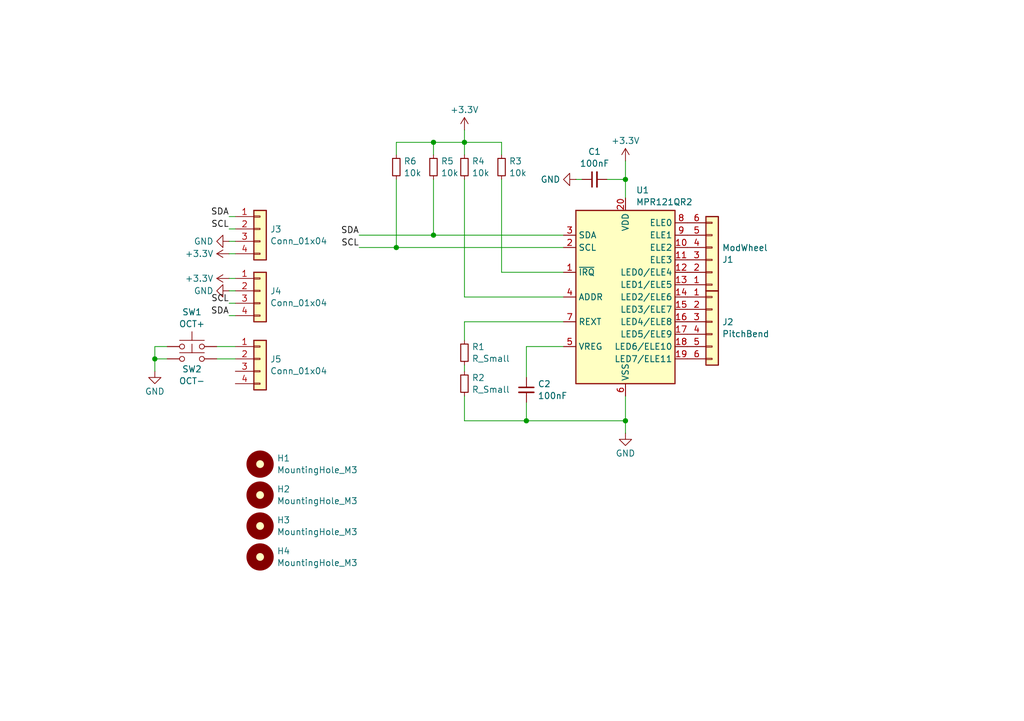
<source format=kicad_sch>
(kicad_sch (version 20250114) (generator "eeschema") (generator_version "9.0")
  (paper "A5")
  (lib_symbols
    (symbol "Connector_Generic:Conn_01x04" (pin_names (offset 1.016) (hide yes))
      (property "Reference" "J" (at 0 5.08 0))
      (property "Value" "Conn_01x04" (at 0 -7.62 0))
      (symbol "Conn_01x04_1_1"
        (rectangle (start -1.27 3.81) (end 1.27 -6.35) (stroke (width 0.254)) (fill (type background)))
        (rectangle (start -1.27 2.667) (end 0 2.413) (stroke (width 0.1524)))
        (rectangle (start -1.27 0.127) (end 0 -0.127) (stroke (width 0.1524)))
        (rectangle (start -1.27 -2.413) (end 0 -2.667) (stroke (width 0.1524)))
        (rectangle (start -1.27 -4.953) (end 0 -5.207) (stroke (width 0.1524)))
        (pin passive line (at -5.08 2.54 0) (length 3.81) (name "Pin_1") (number "1"))
        (pin passive line (at -5.08 0 0) (length 3.81) (name "Pin_2") (number "2"))
        (pin passive line (at -5.08 -2.54 0) (length 3.81) (name "Pin_3") (number "3"))
        (pin passive line (at -5.08 -5.08 0) (length 3.81) (name "Pin_4") (number "4"))
      )
    )
    (symbol "Connector_Generic:Conn_01x06" (pin_names (offset 1.016) (hide yes))
      (property "Reference" "J" (at 0 7.62 0))
      (property "Value" "Conn_01x06" (at 0 -10.16 0))
      (symbol "Conn_01x06_1_1"
        (rectangle (start -1.27 6.35) (end 1.27 -8.89) (stroke (width 0.254)) (fill (type background)))
        (rectangle (start -1.27 5.207) (end 0 4.953) (stroke (width 0.1524)))
        (rectangle (start -1.27 2.667) (end 0 2.413) (stroke (width 0.1524)))
        (rectangle (start -1.27 0.127) (end 0 -0.127) (stroke (width 0.1524)))
        (rectangle (start -1.27 -2.413) (end 0 -2.667) (stroke (width 0.1524)))
        (rectangle (start -1.27 -4.953) (end 0 -5.207) (stroke (width 0.1524)))
        (rectangle (start -1.27 -7.493) (end 0 -7.747) (stroke (width 0.1524)))
        (pin passive line (at -5.08 5.08 0) (length 3.81) (name "Pin_1") (number "1"))
        (pin passive line (at -5.08 2.54 0) (length 3.81) (name "Pin_2") (number "2"))
        (pin passive line (at -5.08 0 0) (length 3.81) (name "Pin_3") (number "3"))
        (pin passive line (at -5.08 -2.54 0) (length 3.81) (name "Pin_4") (number "4"))
        (pin passive line (at -5.08 -5.08 0) (length 3.81) (name "Pin_5") (number "5"))
        (pin passive line (at -5.08 -7.62 0) (length 3.81) (name "Pin_6") (number "6"))
      )
    )
    (symbol "Device:C_Small" (pin_numbers (hide yes)) (pin_names (offset 0.254) (hide yes))
      (property "Reference" "C" (at 0.254 1.778 0))
      (property "Value" "C_Small" (at 0.254 -2.032 0))
      (symbol "C_Small_0_1"
        (polyline (pts (xy -1.524 0.508) (xy 1.524 0.508)) (stroke (width 0.3048)))
        (polyline (pts (xy -1.524 -0.508) (xy 1.524 -0.508)) (stroke (width 0.3302)))
      )
      (symbol "C_Small_1_1"
        (pin passive line (at 0 2.54 270) (length 2.032) (name "~") (number "1"))
        (pin passive line (at 0 -2.54 90) (length 2.032) (name "~") (number "2"))
      )
    )
    (symbol "Device:R_Small" (pin_numbers (hide yes)) (pin_names (offset 0.254) (hide yes))
      (property "Reference" "R" (at 0.762 0.508 0))
      (property "Value" "R_Small" (at 0.762 -1.016 0))
      (symbol "R_Small_0_1"
        (rectangle (start -0.762 1.778) (end 0.762 -1.778) (stroke (width 0.2032)))
      )
      (symbol "R_Small_1_1"
        (pin passive line (at 0 2.54 270) (length 0.762) (name "~") (number "1"))
        (pin passive line (at 0 -2.54 90) (length 0.762) (name "~") (number "2"))
      )
    )
    (symbol "PCM_SL_Mechanical:MountingHole_M3"
      (property "Reference" "H" (at 0 7.62 0))
      (property "Value" "MountingHole_M3" (at 0 5.08 0))
      (symbol "MountingHole_M3_0_1"
        (circle (center 0 0) (radius 1.27) (fill (type background)))
        (circle (center 0 0) (radius 1.7961) (stroke (width 2)))
      )
    )
    (symbol "Sensor_Touch:MPR121QR2"
      (property "Reference" "U" (at -10.16 19.05 0))
      (property "Value" "MPR121QR2" (at 6.35 19.05 0))
      (symbol "MPR121QR2_0_1"
        (rectangle (start -10.16 17.78) (end 10.16 -17.78) (stroke (width 0.254)) (fill (type background)))
      )
      (symbol "MPR121QR2_1_1"
        (pin bidirectional line (at -12.7 12.7 0) (length 2.54) (name "SDA") (number "3"))
        (pin input line (at -12.7 10.16 0) (length 2.54) (name "SCL") (number "2"))
        (pin open_collector line (at -12.7 5.08 0) (length 2.54) (name "~{IRQ}") (number "1"))
        (pin input line (at -12.7 0 0) (length 2.54) (name "ADDR") (number "4"))
        (pin passive line (at -12.7 -5.08 0) (length 2.54) (name "REXT") (number "7"))
        (pin passive line (at -12.7 -10.16 0) (length 2.54) (name "VREG") (number "5"))
        (pin power_in line (at 0 20.32 270) (length 2.54) (name "VDD") (number "20"))
        (pin power_in line (at 0 -20.32 90) (length 2.54) (name "VSS") (number "6"))
        (pin passive line (at 12.7 15.24 180) (length 2.54) (name "ELE0") (number "8"))
        (pin passive line (at 12.7 12.7 180) (length 2.54) (name "ELE1") (number "9"))
        (pin passive line (at 12.7 10.16 180) (length 2.54) (name "ELE2") (number "10"))
        (pin passive line (at 12.7 7.62 180) (length 2.54) (name "ELE3") (number "11"))
        (pin passive line (at 12.7 5.08 180) (length 2.54) (name "LED0/ELE4") (number "12"))
        (pin passive line (at 12.7 2.54 180) (length 2.54) (name "LED1/ELE5") (number "13"))
        (pin passive line (at 12.7 0 180) (length 2.54) (name "LED2/ELE6") (number "14"))
        (pin passive line (at 12.7 -2.54 180) (length 2.54) (name "LED3/ELE7") (number "15"))
        (pin passive line (at 12.7 -5.08 180) (length 2.54) (name "LED4/ELE8") (number "16"))
        (pin passive line (at 12.7 -7.62 180) (length 2.54) (name "LED5/ELE9") (number "17"))
        (pin passive line (at 12.7 -10.16 180) (length 2.54) (name "LED6/ELE10") (number "18"))
        (pin passive line (at 12.7 -12.7 180) (length 2.54) (name "LED7/ELE11") (number "19"))
      )
    )
    (symbol "Switch:SW_Push" (pin_numbers (hide yes)) (pin_names (offset 1.016) (hide yes))
      (property "Reference" "SW" (at 1.27 2.54 0))
      (property "Value" "SW_Push" (at 0 -1.524 0))
      (symbol "SW_Push_0_1"
        (circle (center -2.032 0) (radius 0.508))
        (polyline (pts (xy 0 1.27) (xy 0 3.048)))
        (circle (center 2.032 0) (radius 0.508))
        (polyline (pts (xy 2.54 1.27) (xy -2.54 1.27)))
        (pin passive line (at -5.08 0 0) (length 2.54) (name "1") (number "1"))
        (pin passive line (at 5.08 0 180) (length 2.54) (name "2") (number "2"))
      )
    )
    (symbol "power:+3.3V" (power) (pin_numbers (hide yes)) (pin_names (offset 0) (hide yes))
      (property "Value" "+3.3V" (at 0 3.556 0))
      (symbol "+3.3V_0_1"
        (polyline (pts (xy -0.762 1.27) (xy 0 2.54)))
        (polyline (pts (xy 0 2.54) (xy 0.762 1.27)))
        (polyline (pts (xy 0 0) (xy 0 2.54)))
      )
      (symbol "+3.3V_1_1"
        (pin power_in line (at 0 0 90) (length 0) (name "~") (number "1"))
      )
    )
    (symbol "power:GND" (power) (pin_numbers (hide yes)) (pin_names (offset 0) (hide yes))
      (property "Value" "GND" (at 0 -3.81 0))
      (symbol "GND_0_1"
        (polyline (pts (xy 0 0) (xy 0 -1.27) (xy 1.27 -1.27) (xy 0 -2.54) (xy -1.27 -1.27) (xy 0 -1.27)))
      )
      (symbol "GND_1_1"
        (pin power_in line (at 0 0 270) (length 0) (name "~") (number "1"))
      )
    )
  )
  (junction (at 128.27 36.83))
  (junction (at 107.95 86.36))
  (junction (at 81.28 50.8))
  (junction (at 95.25 29.21))
  (junction (at 128.27 86.36))
  (junction (at 31.75 73.66))
  (junction (at 88.9 29.21))
  (junction (at 88.9 48.26))
  (wire (pts (xy 34.29 71.12) (xy 31.75 71.12)))
  (wire (pts (xy 95.25 26.67) (xy 95.25 29.21)))
  (wire (pts (xy 102.87 36.83) (xy 102.87 55.88)))
  (wire (pts (xy 44.45 71.12) (xy 48.26 71.12)))
  (wire (pts (xy 95.25 60.96) (xy 115.57 60.96)))
  (wire (pts (xy 46.99 44.45) (xy 48.26 44.45)))
  (wire (pts (xy 88.9 29.21) (xy 88.9 31.75)))
  (wire (pts (xy 44.45 73.66) (xy 48.26 73.66)))
  (wire (pts (xy 81.28 36.83) (xy 81.28 50.8)))
  (wire (pts (xy 128.27 81.28) (xy 128.27 86.36)))
  (wire (pts (xy 95.25 81.28) (xy 95.25 86.36)))
  (wire (pts (xy 46.99 52.07) (xy 48.26 52.07)))
  (wire (pts (xy 118.11 36.83) (xy 119.38 36.83)))
  (wire (pts (xy 128.27 33.02) (xy 128.27 36.83)))
  (wire (pts (xy 107.95 77.47) (xy 107.95 71.12)))
  (wire (pts (xy 46.99 59.69) (xy 48.26 59.69)))
  (wire (pts (xy 128.27 86.36) (xy 128.27 88.9)))
  (wire (pts (xy 102.87 55.88) (xy 115.57 55.88)))
  (wire (pts (xy 115.57 66.04) (xy 95.25 66.04)))
  (wire (pts (xy 95.25 36.83) (xy 95.25 60.96)))
  (wire (pts (xy 128.27 36.83) (xy 128.27 40.64)))
  (wire (pts (xy 81.28 31.75) (xy 81.28 29.21)))
  (wire (pts (xy 73.66 48.26) (xy 88.9 48.26)))
  (wire (pts (xy 124.46 36.83) (xy 128.27 36.83)))
  (wire (pts (xy 95.25 86.36) (xy 107.95 86.36)))
  (wire (pts (xy 31.75 71.12) (xy 31.75 73.66)))
  (wire (pts (xy 31.75 76.2) (xy 31.75 73.66)))
  (wire (pts (xy 107.95 71.12) (xy 115.57 71.12)))
  (wire (pts (xy 107.95 82.55) (xy 107.95 86.36)))
  (wire (pts (xy 31.75 73.66) (xy 34.29 73.66)))
  (wire (pts (xy 95.25 74.93) (xy 95.25 76.2)))
  (wire (pts (xy 95.25 66.04) (xy 95.25 69.85)))
  (wire (pts (xy 81.28 50.8) (xy 115.57 50.8)))
  (wire (pts (xy 46.99 49.53) (xy 48.26 49.53)))
  (wire (pts (xy 95.25 29.21) (xy 95.25 31.75)))
  (wire (pts (xy 81.28 29.21) (xy 88.9 29.21)))
  (wire (pts (xy 88.9 36.83) (xy 88.9 48.26)))
  (wire (pts (xy 88.9 29.21) (xy 95.25 29.21)))
  (wire (pts (xy 73.66 50.8) (xy 81.28 50.8)))
  (wire (pts (xy 46.99 46.99) (xy 48.26 46.99)))
  (wire (pts (xy 107.95 86.36) (xy 128.27 86.36)))
  (wire (pts (xy 88.9 48.26) (xy 115.57 48.26)))
  (wire (pts (xy 102.87 29.21) (xy 95.25 29.21)))
  (wire (pts (xy 46.99 57.15) (xy 48.26 57.15)))
  (wire (pts (xy 46.99 64.77) (xy 48.26 64.77)))
  (wire (pts (xy 102.87 31.75) (xy 102.87 29.21)))
  (wire (pts (xy 46.99 62.23) (xy 48.26 62.23)))
  (label "SCL" (at 46.99 46.99 180))
  (label "SDA" (at 46.99 44.45 180))
  (label "SCL" (at 46.99 62.23 180))
  (label "SDA" (at 46.99 64.77 180))
  (label "SCL" (at 73.66 50.8 180))
  (label "SDA" (at 73.66 48.26 180))
  (symbol (lib_id "Connector_Generic:Conn_01x04") (at 53.34 73.66 0) (unit 1)
    (property "Reference" "J5" (at 55.372 73.7178 0) (effects (justify left)))
    (property "Value" "Conn_01x04" (at 55.372 76.1421 0) (effects (justify left)))
    (property "Footprint" "footprint:SM04BSRSSTB" (effects (hide yes)))
    (property "Description" "Generic connector, single row, 01x04, script generated (kicad-library-utils/schlib/autogen/connector/)" (effects (hide yes)))
  )
  (symbol (lib_id "Connector_Generic:Conn_01x06") (at 146.05 53.34 0) (mirror x) (unit 1)
    (property "Reference" "J1" (at 148.082 53.2822 0) (effects (justify left)))
    (property "Value" "ModWheel" (at 148.082 50.8579 0) (effects (justify left)))
    (property "Footprint" "1MyLibrary:TouchSlider-6_50x10mm" (effects (hide yes)))
    (property "Description" "Generic connector, single row, 01x06, script generated (kicad-library-utils/schlib/autogen/connector/)" (effects (hide yes)))
  )
  (symbol (lib_id "Device:R_Small") (at 95.25 34.29 0) (unit 1)
    (property "Reference" "R4" (at 96.7486 33.0778 0) (effects (justify left)))
    (property "Value" "10k" (at 96.7486 35.5021 0) (effects (justify left)))
    (property "Footprint" "PCM_Resistor_SMD_AKL:R_0603_1608Metric" (effects (hide yes)))
    (property "Description" "Resistor, small symbol" (effects (hide yes)))
  )
  (symbol (lib_id "power:+3.3V") (at 46.99 52.07 90) (mirror x) (unit 1)
    (property "Reference" "#PWR06" (effects (hide yes)))
    (property "Value" "+3.3V" (at 43.815 52.07 90) (effects (justify left)))
    (property "Description" "Power symbol creates a global label with name \"+3.3V\"" (effects (hide yes)))
  )
  (symbol (lib_id "Device:C_Small") (at 121.92 36.83 90) (unit 1)
    (property "Reference" "C1" (at 121.9263 31.1234 90))
    (property "Value" "100nF" (at 121.9263 33.5477 90))
    (property "Footprint" "PCM_Capacitor_SMD_AKL:C_0603_1608Metric" (effects (hide yes)))
    (property "Description" "Unpolarized capacitor, small symbol" (effects (hide yes)))
  )
  (symbol (lib_id "power:GND") (at 31.75 76.2 0) (unit 1)
    (property "Reference" "#PWR09" (effects (hide yes)))
    (property "Value" "GND" (at 31.75 80.3331 0))
    (property "Description" "Power symbol creates a global label with name \"GND\" , ground" (effects (hide yes)))
  )
  (symbol (lib_id "PCM_SL_Mechanical:MountingHole_M3") (at 53.34 107.95 0) (unit 1)
    (property "Reference" "H3" (at 56.7711 106.7378 0) (effects (justify left)))
    (property "Value" "MountingHole_M3" (at 56.7711 109.1621 0) (effects (justify left)))
    (property "Footprint" "MountingHole:MountingHole_3.2mm_M3" (effects (hide yes)))
    (property "Description" "3.2mm Diameter Mounting Hole (M3)" (effects (hide yes)))
  )
  (symbol (lib_id "Device:R_Small") (at 95.25 78.74 0) (unit 1)
    (property "Reference" "R2" (at 96.7486 77.5278 0) (effects (justify left)))
    (property "Value" "R_Small" (at 96.7486 79.9521 0) (effects (justify left)))
    (property "Footprint" "PCM_Resistor_SMD_AKL:R_0603_1608Metric" (effects (hide yes)))
    (property "Description" "Resistor, small symbol" (effects (hide yes)))
  )
  (symbol (lib_id "PCM_SL_Mechanical:MountingHole_M3") (at 53.34 101.6 0) (unit 1)
    (property "Reference" "H2" (at 56.7711 100.3878 0) (effects (justify left)))
    (property "Value" "MountingHole_M3" (at 56.7711 102.8121 0) (effects (justify left)))
    (property "Footprint" "MountingHole:MountingHole_3.2mm_M3" (effects (hide yes)))
    (property "Description" "3.2mm Diameter Mounting Hole (M3)" (effects (hide yes)))
  )
  (symbol (lib_id "Sensor_Touch:MPR121QR2") (at 128.27 60.96 0) (unit 1)
    (property "Reference" "U1" (at 130.4133 39.0355 0) (effects (justify left)))
    (property "Value" "MPR121QR2" (at 130.4133 41.4598 0) (effects (justify left)))
    (property "Footprint" "Package_DFN_QFN:UQFN-20_3x3mm_P0.4mm" (effects (hide yes)))
    (property "Datasheet" "https://resurgentsemi.com/wp-content/uploads/2018/09/MPR121_rev5-Resurgent.pdf?d453f8&d453f8" (effects (hide yes)))
    (property "Description" "12ch Touch Sensor controller, UQFN-20" (effects (hide yes)))
  )
  (symbol (lib_id "power:GND") (at 46.99 49.53 270) (mirror x) (unit 1)
    (property "Reference" "#PWR05" (effects (hide yes)))
    (property "Value" "GND" (at 43.8151 49.53 90) (effects (justify right)))
    (property "Description" "Power symbol creates a global label with name \"GND\" , ground" (effects (hide yes)))
  )
  (symbol (lib_id "PCM_SL_Mechanical:MountingHole_M3") (at 53.34 95.25 0) (unit 1)
    (property "Reference" "H1" (at 56.7711 94.0378 0) (effects (justify left)))
    (property "Value" "MountingHole_M3" (at 56.7711 96.4621 0) (effects (justify left)))
    (property "Footprint" "MountingHole:MountingHole_3.2mm_M3" (effects (hide yes)))
    (property "Description" "3.2mm Diameter Mounting Hole (M3)" (effects (hide yes)))
  )
  (symbol (lib_id "Device:R_Small") (at 102.87 34.29 0) (unit 1)
    (property "Reference" "R3" (at 104.3686 33.0778 0) (effects (justify left)))
    (property "Value" "10k" (at 104.3686 35.5021 0) (effects (justify left)))
    (property "Footprint" "PCM_Resistor_SMD_AKL:R_0603_1608Metric" (effects (hide yes)))
    (property "Description" "Resistor, small symbol" (effects (hide yes)))
  )
  (symbol (lib_id "power:GND") (at 46.99 59.69 270) (unit 1)
    (property "Reference" "#PWR07" (effects (hide yes)))
    (property "Value" "GND" (at 43.8151 59.69 90) (effects (justify right)))
    (property "Description" "Power symbol creates a global label with name \"GND\" , ground" (effects (hide yes)))
  )
  (symbol (lib_id "power:GND") (at 118.11 36.83 270) (unit 1)
    (property "Reference" "#PWR02" (effects (hide yes)))
    (property "Value" "GND" (at 114.9351 36.83 90) (effects (justify right)))
    (property "Description" "Power symbol creates a global label with name \"GND\" , ground" (effects (hide yes)))
  )
  (symbol (lib_id "Connector_Generic:Conn_01x06") (at 146.05 66.04 0) (unit 1)
    (property "Reference" "J2" (at 148.082 66.0978 0) (effects (justify left)))
    (property "Value" "PitchBend" (at 148.082 68.5221 0) (effects (justify left)))
    (property "Footprint" "1MyLibrary:TouchSlider-6_50x10mm" (effects (hide yes)))
    (property "Description" "Generic connector, single row, 01x06, script generated (kicad-library-utils/schlib/autogen/connector/)" (effects (hide yes)))
  )
  (symbol (lib_id "Switch:SW_Push") (at 39.37 73.66 0) (unit 1)
    (property "Reference" "SW2" (at 39.37 75.7611 0))
    (property "Value" "OCT-" (at 39.37 78.1854 0))
    (property "Footprint" "1MyLibrary:KEY-SMD_2P-L6.0-W6.0-P6.00" (effects (hide yes)))
    (property "Description" "Push button switch, generic, two pins" (effects (hide yes)))
  )
  (symbol (lib_id "power:GND") (at 128.27 88.9 0) (unit 1)
    (property "Reference" "#PWR03" (effects (hide yes)))
    (property "Value" "GND" (at 128.27 93.0331 0))
    (property "Description" "Power symbol creates a global label with name \"GND\" , ground" (effects (hide yes)))
  )
  (symbol (lib_id "Switch:SW_Push") (at 39.37 71.12 0) (unit 1)
    (property "Reference" "SW1" (at 39.37 64.0545 0))
    (property "Value" "OCT+" (at 39.37 66.4788 0))
    (property "Footprint" "1MyLibrary:KEY-SMD_2P-L6.0-W6.0-P6.00" (effects (hide yes)))
    (property "Description" "Push button switch, generic, two pins" (effects (hide yes)))
  )
  (symbol (lib_id "Device:R_Small") (at 95.25 72.39 0) (unit 1)
    (property "Reference" "R1" (at 96.7486 71.1778 0) (effects (justify left)))
    (property "Value" "R_Small" (at 96.7486 73.6021 0) (effects (justify left)))
    (property "Footprint" "PCM_Resistor_SMD_AKL:R_0603_1608Metric" (effects (hide yes)))
    (property "Description" "Resistor, small symbol" (effects (hide yes)))
  )
  (symbol (lib_id "Device:C_Small") (at 107.95 80.01 0) (unit 1)
    (property "Reference" "C2" (at 110.2741 78.8041 0) (effects (justify left)))
    (property "Value" "100nF" (at 110.2741 81.2284 0) (effects (justify left)))
    (property "Footprint" "PCM_Capacitor_SMD_AKL:C_0603_1608Metric" (effects (hide yes)))
    (property "Description" "Unpolarized capacitor, small symbol" (effects (hide yes)))
  )
  (symbol (lib_id "Device:R_Small") (at 81.28 34.29 0) (unit 1)
    (property "Reference" "R6" (at 82.7786 33.0778 0) (effects (justify left)))
    (property "Value" "10k" (at 82.7786 35.5021 0) (effects (justify left)))
    (property "Footprint" "PCM_Resistor_SMD_AKL:R_0603_1608Metric" (effects (hide yes)))
    (property "Description" "Resistor, small symbol" (effects (hide yes)))
  )
  (symbol (lib_id "Connector_Generic:Conn_01x04") (at 53.34 59.69 0) (unit 1)
    (property "Reference" "J4" (at 55.372 59.7478 0) (effects (justify left)))
    (property "Value" "Conn_01x04" (at 55.372 62.1721 0) (effects (justify left)))
    (property "Footprint" "footprint:SM04BSRSSTB" (effects (hide yes)))
    (property "Description" "Generic connector, single row, 01x04, script generated (kicad-library-utils/schlib/autogen/connector/)" (effects (hide yes)))
  )
  (symbol (lib_id "power:+3.3V") (at 128.27 33.02 0) (unit 1)
    (property "Reference" "#PWR01" (effects (hide yes)))
    (property "Value" "+3.3V" (at 128.27 28.8869 0))
    (property "Description" "Power symbol creates a global label with name \"+3.3V\"" (effects (hide yes)))
  )
  (symbol (lib_id "Connector_Generic:Conn_01x04") (at 53.34 46.99 0) (unit 1)
    (property "Reference" "J3" (at 55.372 47.0478 0) (effects (justify left)))
    (property "Value" "Conn_01x04" (at 55.372 49.4721 0) (effects (justify left)))
    (property "Footprint" "footprint:SM04BSRSSTB" (effects (hide yes)))
    (property "Description" "Generic connector, single row, 01x04, script generated (kicad-library-utils/schlib/autogen/connector/)" (effects (hide yes)))
  )
  (symbol (lib_id "PCM_SL_Mechanical:MountingHole_M3") (at 53.34 114.3 0) (unit 1)
    (property "Reference" "H4" (at 56.7711 113.0878 0) (effects (justify left)))
    (property "Value" "MountingHole_M3" (at 56.7711 115.5121 0) (effects (justify left)))
    (property "Footprint" "MountingHole:MountingHole_3.2mm_M3" (effects (hide yes)))
    (property "Description" "3.2mm Diameter Mounting Hole (M3)" (effects (hide yes)))
  )
  (symbol (lib_id "power:+3.3V") (at 95.25 26.67 0) (unit 1)
    (property "Reference" "#PWR04" (effects (hide yes)))
    (property "Value" "+3.3V" (at 95.25 22.5369 0))
    (property "Description" "Power symbol creates a global label with name \"+3.3V\"" (effects (hide yes)))
  )
  (symbol (lib_id "power:+3.3V") (at 46.99 57.15 90) (unit 1)
    (property "Reference" "#PWR08" (effects (hide yes)))
    (property "Value" "+3.3V" (at 43.815 57.15 90) (effects (justify left)))
    (property "Description" "Power symbol creates a global label with name \"+3.3V\"" (effects (hide yes)))
  )
  (symbol (lib_id "Device:R_Small") (at 88.9 34.29 0) (unit 1)
    (property "Reference" "R5" (at 90.3986 33.0778 0) (effects (justify left)))
    (property "Value" "10k" (at 90.3986 35.5021 0) (effects (justify left)))
    (property "Footprint" "PCM_Resistor_SMD_AKL:R_0603_1608Metric" (effects (hide yes)))
    (property "Description" "Resistor, small symbol" (effects (hide yes)))
  )
)
</source>
